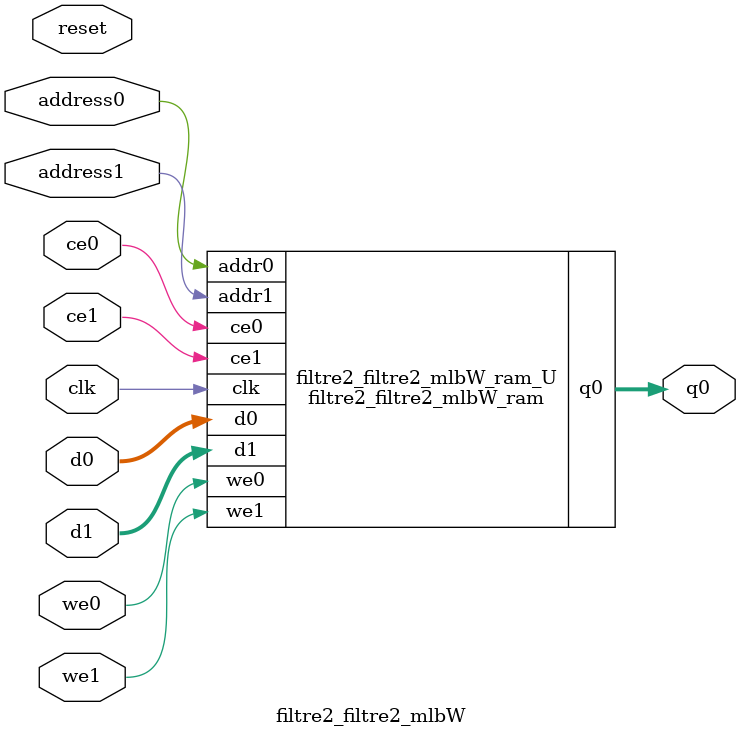
<source format=v>

`timescale 1 ns / 1 ps
module filtre2_filtre2_mlbW_ram (addr0, ce0, d0, we0, q0, addr1, ce1, d1, we1,  clk);

parameter DWIDTH = 32;
parameter AWIDTH = 1;
parameter MEM_SIZE = 2;

input[AWIDTH-1:0] addr0;
input ce0;
input[DWIDTH-1:0] d0;
input we0;
output reg[DWIDTH-1:0] q0;
input[AWIDTH-1:0] addr1;
input ce1;
input[DWIDTH-1:0] d1;
input we1;
input clk;

(* ram_style = "block" *)reg [DWIDTH-1:0] ram[0:MEM_SIZE-1];




always @(posedge clk)  
begin 
    if (ce0) 
    begin
        if (we0) 
        begin 
            ram[addr0] <= d0; 
            q0 <= d0;
        end 
        else 
            q0 <= ram[addr0];
    end
end


always @(posedge clk)  
begin 
    if (ce1) 
    begin
        if (we1) 
        begin 
            ram[addr1] <= d1; 
        end 
    end
end


endmodule


`timescale 1 ns / 1 ps
module filtre2_filtre2_mlbW(
    reset,
    clk,
    address0,
    ce0,
    we0,
    d0,
    q0,
    address1,
    ce1,
    we1,
    d1);

parameter DataWidth = 32'd32;
parameter AddressRange = 32'd2;
parameter AddressWidth = 32'd1;
input reset;
input clk;
input[AddressWidth - 1:0] address0;
input ce0;
input we0;
input[DataWidth - 1:0] d0;
output[DataWidth - 1:0] q0;
input[AddressWidth - 1:0] address1;
input ce1;
input we1;
input[DataWidth - 1:0] d1;



filtre2_filtre2_mlbW_ram filtre2_filtre2_mlbW_ram_U(
    .clk( clk ),
    .addr0( address0 ),
    .ce0( ce0 ),
    .d0( d0 ),
    .we0( we0 ),
    .q0( q0 ),
    .addr1( address1 ),
    .ce1( ce1 ),
    .d1( d1 ),
    .we1( we1 ));

endmodule


</source>
